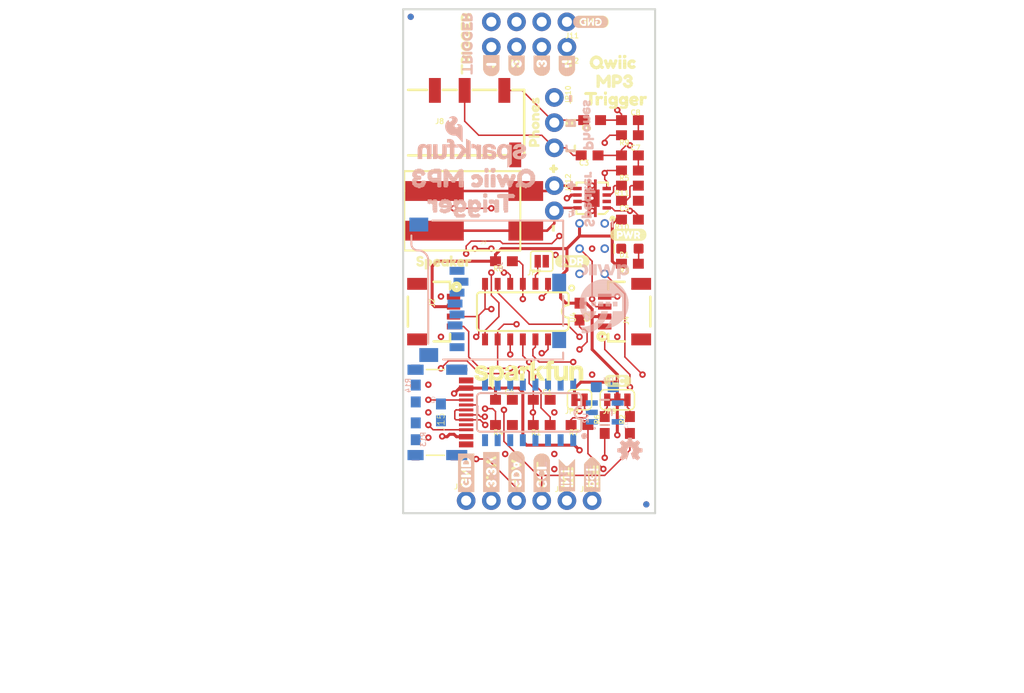
<source format=kicad_pcb>
(kicad_pcb (version 20211014) (generator pcbnew)
  (layers (0 "F.Cu" signal) (1 "In1.Cu" signal) (2 "In2.Cu" signal) (31 "B.Cu" signal) (34 "B.Paste" user) (35 "F.Paste" user) (36 "B.SilkS" user "B.Silkscreen") (37 "F.SilkS" user "F.Silkscreen") (38 "B.Mask" user) (39 "F.Mask" user) (44 "Edge.Cuts" user))
  (net 0 "")
  (net 1 "3.3V")
  (net 2 "GND")
  (net 3 "SCL")
  (net 4 "SDA")
  (net 5 "~{INT}")
  (net 6 "N$3")
  (net 7 "SCL_PU1")
  (net 8 "SDA_PU1")
  (net 9 "ADR")
  (net 10 "TRIGGER4")
  (net 11 "~{RST}")
  (net 12 "SD_CMD")
  (net 13 "SD_CLK")
  (net 14 "SD_DAT")
  (net 15 "OUT+")
  (net 16 "OUT-")
  (net 17 "~{SDN}")
  (net 18 "IN-AMP")
  (net 19 "IN+AMP")
  (net 20 "N$8")
  (net 21 "N$9")
  (net 22 "5V")
  (net 23 "D-")
  (net 24 "D+")
  (net 25 "PLAYING")
  (net 26 "MP3-TXO")
  (net 27 "MP3-RXI")
  (net 28 "VCCIO")
  (net 29 "ADKEY")
  (net 30 "VOUTR")
  (net 31 "VOUTL")
  (net 32 "N$5")
  (net 33 "TRIGGER1")
  (net 34 "TRIGGER2")
  (net 35 "AC-L")
  (net 36 "AC-R")
  (net 37 "TRIGGER3")
  (net 38 "N$1")
  (net 39 "N$2")
  (net 40 "N$4")
  (footprint "boardEagle:SPEAKER1" (layer "F.Cu") (at 136.1821 105.0036)
    (fp_text reference "U$20" hide)
    (fp_text value "" hide)
  )
  (footprint "boardEagle:1X01_NO_SILK" (layer "F.Cu") (at 152.3111 129.1336)
    (fp_text reference "J5")
    (fp_text value "")
  )
  (footprint "boardEagle:#6" (layer "F.Cu") (at 150.6601 103.2256 90)
    (fp_text reference "U$13" hide)
    (fp_text value "" hide)
  )
  (footprint "boardEagle:PHONES0" (layer "F.Cu") (at 149.0091 94.5896 90)
    (fp_text reference "U$15" hide)
    (fp_text value "" hide)
  )
  (footprint "boardEagle:1_1" (layer "F.Cu") (at 144.6911 86.4616 90)
    (fp_text reference "U$19" hide)
    (fp_text value "" hide)
  )
  (footprint "boardEagle:SMT-JUMPER_2_NO_SILK" (layer "F.Cu") (at 149.7711 105.0036 180)
    (fp_text reference "JP7")
    (fp_text value "ADR")
  )
  (footprint "boardEagle:0603" (layer "F.Cu") (at 153.5811 110.0836 -90)
    (fp_text reference "C2")
    (fp_text value "0.1uF")
  )
  (footprint "boardEagle:INT#-[_" (layer "F.Cu") (at 152.3111 128.8796 90)
    (fp_text reference "U$9" hide)
    (fp_text value "" hide)
  )
  (footprint "boardEagle:STAND-OFF" (layer "F.Cu") (at 158.6611 82.1436)
    (fp_text reference "JP4" hide)
    (fp_text value "STAND-OFF" hide)
  )
  (footprint "boardEagle:0603" (layer "F.Cu") (at 158.6611 121.5136 90)
    (fp_text reference "R2")
    (fp_text value "2.2k")
  )
  (footprint "boardEagle:1X04_NO_SILK" (layer "F.Cu") (at 142.1511 129.1336)
    (fp_text reference "J3")
    (fp_text value "PTH")
  )
  (footprint "boardEagle:I_SUPER2_C-()-03" (layer "F.Cu") (at 155.9941 117.0686)
    (fp_text reference "U$8" hide)
    (fp_text value "" hide)
  )
  (footprint "boardEagle:1X02_NO_SILK" (layer "F.Cu") (at 151.0411 97.3836 -90)
    (fp_text reference "JP12")
    (fp_text value "PTH")
  )
  (footprint "boardEagle:AUDIO_JACK_3.5MM_TRRS_SMD_RA" (layer "F.Cu") (at 135.8011 91.0336)
    (fp_text reference "J8")
    (fp_text value "3.5mm Audio")
  )
  (footprint "boardEagle:MP31" (layer "F.Cu") (at 154.0891 86.8426)
    (fp_text reference "U$1" hide)
    (fp_text value "" hide)
  )
  (footprint "boardEagle:MICRO-FIDUCIAL" (layer "F.Cu") (at 136.5631 80.3656)
    (fp_text reference "JP6" hide)
    (fp_text value "FIDUCIALUFIDUCIAL" hide)
  )
  (footprint "boardEagle:SMT-JUMPER_2_NC_TRACE_SILK" (layer "F.Cu") (at 153.5811 118.9736 180)
    (fp_text reference "JP8")
    (fp_text value "INT")
  )
  (footprint "boardEagle:STAND-OFF" (layer "F.Cu") (at 158.6611 127.8636)
    (fp_text reference "JP13" hide)
    (fp_text value "STAND-OFF" hide)
  )
  (footprint "boardEagle:0603" (layer "F.Cu") (at 158.6611 100.8126 180)
    (fp_text reference "R10")
    (fp_text value "10k" hide)
  )
  (footprint "boardEagle:TRIGGER5" (layer "F.Cu") (at 142.1511 87.0966 90)
    (fp_text reference "U$29" hide)
    (fp_text value "" hide)
  )
  (footprint "boardEagle:SO14" (layer "F.Cu") (at 148.5011 110.0836 180)
    (fp_text reference "U4")
    (fp_text value "ATTINY84-ARDUINO")
  )
  (footprint "boardEagle:SDA8" (layer "F.Cu") (at 147.2311 128.7526 90)
    (fp_text reference "U$27" hide)
    (fp_text value "" hide)
  )
  (footprint "boardEagle:0603" (layer "F.Cu") (at 158.6611 98.9076 180)
    (fp_text reference "C5")
    (fp_text value "1.0uF")
  )
  (footprint "boardEagle:R11" (layer "F.Cu") (at 152.6921 92.4306 90)
    (fp_text reference "U$43" hide)
    (fp_text value "" hide)
  )
  (footprint "boardEagle:ADR-()-03" (layer "F.Cu") (at 151.0411 105.0036)
    (fp_text reference "U$18" hide)
    (fp_text value "" hide)
  )
  (footprint "boardEagle:SFE_LOGO_NAME_.1" (layer "F.Cu") (at 148.5011 116.4336)
    (fp_text reference "LOGO2" hide)
    (fp_text value "SFE_LOGO_NAME.1_INCH" hide)
  )
  (footprint "boardEagle:GND1" (layer "F.Cu") (at 142.1511 128.7526 90)
    (fp_text reference "U$22" hide)
    (fp_text value "" hide)
  )
  (footprint "boardEagle:1X02_POKEHOME" (layer "F.Cu") (at 142.9131 99.9236)
    (fp_text reference "J9")
    (fp_text value "Poke-Home")
  )
  (footprint "boardEagle:PWR-()-03" (layer "F.Cu") (at 156.6291 102.3366)
    (fp_text reference "U$17" hide)
    (fp_text value "" hide)
  )
  (footprint "boardEagle:#6" (layer "F.Cu") (at 152.4381 90.1446 90)
    (fp_text reference "U$10" hide)
    (fp_text value "" hide)
  )
  (footprint "boardEagle:0603" (layer "F.Cu") (at 145.9611 118.9736)
    (fp_text reference "C4")
    (fp_text value "1.0uF")
  )
  (footprint "boardEagle:32" (layer "F.Cu") (at 149.7711 86.5886 90)
    (fp_text reference "U$33" hide)
    (fp_text value "" hide)
  )
  (footprint "boardEagle:QFN-8_PAD" (layer "F.Cu") (at 154.8511 98.6536 90)
    (fp_text reference "U1" hide)
    (fp_text value "TPA2005D1" hide)
  )
  (footprint "boardEagle:1X04_1MM_RA" (layer "F.Cu") (at 140.8811 110.0836 -90)
    (fp_text reference "J2")
    (fp_text value "")
  )
  (footprint "boardEagle:0603" (layer "F.Cu") (at 145.9611 121.5136 180)
    (fp_text reference "R4")
    (fp_text value "2.2k")
  )
  (footprint "boardEagle:GND0" (layer "F.Cu") (at 152.9461 80.8736)
    (fp_text reference "U$35" hide)
    (fp_text value "" hide)
  )
  (footprint "boardEagle:#5" (layer "F.Cu") (at 150.7871 97.2566 90)
    (fp_text reference "U$12" hide)
    (fp_text value "" hide)
  )
  (footprint "boardEagle:0603" (layer "F.Cu") (at 158.6611 95.8596 180)
    (fp_text reference "R5")
    (fp_text value "10k")
  )
  (footprint "boardEagle:1X03_NO_SILK" (layer "F.Cu") (at 151.0411 88.4936 -90)
    (fp_text reference "JP10")
    (fp_text value "PTH")
  )
  (footprint "boardEagle:QWIIC0" (layer "F.Cu") (at 153.4541 84.9376)
    (fp_text reference "U$23" hide)
    (fp_text value "" hide)
  )
  (footprint "boardEagle:0603" (layer "F.Cu") (at 158.6611 94.3356)
    (fp_text reference "C7")
    (fp_text value "0.1uF")
  )
  (footprint "boardEagle:0603" (layer "F.Cu") (at 158.6611 97.3836 180)
    (fp_text reference "R11")
    (fp_text value "4.7k" hide)
  )
  (footprint "boardEagle:3#3V2" (layer "F.Cu") (at 144.6911 128.7526 90)
    (fp_text reference "U$21" hide)
    (fp_text value "" hide)
  )
  (footprint "boardEagle:21" (layer "F.Cu") (at 147.2311 86.5886 90)
    (fp_text reference "U$32" hide)
    (fp_text value "" hide)
  )
  (footprint "boardEagle:0603" (layer "F.Cu") (at 149.7711 118.9736)
    (fp_text reference "C1")
    (fp_text value "10uF")
  )
  (footprint "boardEagle:0603" (layer "F.Cu") (at 153.5811 121.5136 180)
    (fp_text reference "R7")
    (fp_text value "10k")
  )
  (footprint "boardEagle:L12" (layer "F.Cu") (at 152.6921 94.9706 90)
    (fp_text reference "U$37" hide)
    (fp_text value "" hide)
  )
  (footprint "boardEagle:0603" (layer "F.Cu") (at 158.6611 105.2576 180)
    (fp_text reference "R3")
    (fp_text value "1k")
  )
  (footprint "boardEagle:0603" (layer "F.Cu") (at 149.7711 121.5136 180)
    (fp_text reference "R1")
    (fp_text value "10k")
  )
  (footprint "boardEagle:0603" (layer "F.Cu") (at 145.9611 105.0036 180)
    (fp_text reference "R8")
    (fp_text value "4.7k")
  )
  (footprint "boardEagle:MICRO-FIDUCIAL" (layer "F.Cu") (at 160.3121 129.5146)
    (fp_text reference "JP2" hide)
    (fp_text value "FIDUCIALUFIDUCIAL" hide)
  )
  (footprint "boardEagle:SCL9" (layer "F.Cu") (at 149.7711 128.7526 90)
    (fp_text reference "U$26" hide)
    (fp_text value "" hide)
  )
  (footprint "boardEagle:43" (layer "F.Cu") (at 152.3111 86.4616 90)
    (fp_text reference "U$34" hide)
    (fp_text value "" hide)
  )
  (footprint "boardEagle:0603" (layer "F.Cu") (at 158.6611 92.3036 180)
    (fp_text reference "R9")
    (fp_text value "10k")
  )
  (footprint "boardEagle:LED-0603" (layer "F.Cu") (at 158.6611 103.7336 180)
    (fp_text reference "D1")
    (fp_text value "RED")
  )
  (footprint "boardEagle:STAND-OFF" (layer "F.Cu") (at 138.3411 82.1436)
    (fp_text reference "JP3" hide)
    (fp_text value "STAND-OFF" hide)
  )
  (footprint "boardEagle:0603" (layer "F.Cu") (at 154.5971 94.3356 180)
    (fp_text reference "C3")
    (fp_text value "0.22uF")
  )
  (footprint "boardEagle:TRIGGER2" (layer "F.Cu") (at 152.9461 88.6206)
    (fp_text reference "U$50" hide)
    (fp_text value "" hide)
  )
  (footprint "boardEagle:CREATIVE_COMMONS" (layer "F.Cu") (at 115.4811 148.1836)
    (fp_text reference "FRAME1" hide)
    (fp_text value "FRAME-LETTER" hide)
  )
  (footprint "boardEagle:0603" (layer "F.Cu") (at 154.8511 90.7796 180)
    (fp_text reference "C6")
    (fp_text value "0.22uF")
  )
  (footprint "boardEagle:SMT-JUMPER_3_2-NC_TRACE_SILK" (layer "F.Cu") (at 157.3911 118.9736 180)
    (fp_text reference "JP9")
    (fp_text value "")
  )
  (footprint "boardEagle:RST#-[_" (layer "F.Cu") (at 154.8511 128.8796 90)
    (fp_text reference "U$7" hide)
    (fp_text value "" hide)
  )
  (footprint "boardEagle:0603" (layer "F.Cu") (at 156.1211 121.5136 90)
    (fp_text reference "R6")
    (fp_text value "2.2k")
  )
  (footprint "boardEagle:0603" (layer "F.Cu") (at 158.6611 90.7796)
    (fp_text reference "C8")
    (fp_text value "0.1uF")
  )
  (footprint "boardEagle:1X04_NO_SILK" (layer "F.Cu") (at 152.3111 83.4136 180)
    (fp_text reference "J12")
    (fp_text value "")
  )
  (footprint "boardEagle:1X04_NO_SILK" (layer "F.Cu") (at 152.3111 80.8736 180)
    (fp_text reference "J11")
    (fp_text value "")
  )
  (footprint "boardEagle:USB-C-16P" (layer "F.Cu") (at 142.1511 120.2436 -90)
    (fp_text reference "J15")
    (fp_text value "")
  )
  (footprint "boardEagle:1X01_NO_SILK" (layer "F.Cu") (at 154.8511 129.1336)
    (fp_text reference "J10")
    (fp_text value "")
  )
  (footprint "boardEagle:1X04_1MM_RA" (layer "F.Cu") (at 156.1211 110.0836 90)
    (fp_text reference "J4")
    (fp_text value "")
  )
  (footprint "boardEagle:STAND-OFF" (layer "F.Cu") (at 138.3411 127.8636)
    (fp_text reference "JP11" hide)
    (fp_text value "STAND-OFF" hide)
  )
  (footprint "boardEagle:#5" (layer "B.Cu") (at 152.9461 98.9076 90)
    (fp_text reference "U$28" hide)
    (fp_text value "" hide)
  )
  (footprint "boardEagle:SFE_LOGO_NAME_FLAME_.1" (layer "B.Cu") (at 142.6591 94.0816 180)
    (fp_text reference "LOGO3" hide)
    (fp_text value "SFE_LOGO_NAME_FLAME.1_INCH" hide)
  )
  (footprint "boardEagle:0603" (layer "B.Cu") (at 137.0711 122.1486 90)
    (fp_text reference "R13")
    (fp_text value "5.1k")
  )
  (footprint "boardEagle:32" (layer "B.Cu") (at 149.7711 86.5886 90)
    (fp_text reference "U$36" hide)
    (fp_text value "" hide)
  )
  (footprint "boardEagle:SPEAKER1" (layer "B.Cu") (at 154.5971 102.4636 90)
    (fp_text reference "U$14" hide)
    (fp_text value "" hide)
  )
  (footprint "boardEagle:GND1" (layer "B.Cu") (at 142.1511 128.7526 90)
    (fp_text reference "U$3" hide)
    (fp_text value "" hide)
  )
  (footprint "boardEagle:R11" (layer "B.Cu") (at 152.6921 92.4306 90)
    (fp_text reference "U$39" hide)
    (fp_text value "" hide)
  )
  (footprint "boardEagle:SO16" (layer "B.Cu") (at 148.5011 120.2436 180)
    (fp_text reference "U2")
    (fp_text value "WT2003S")
  )
  (footprint "boardEagle:L12" (layer "B.Cu") (at 152.6921 94.9706 90)
    (fp_text reference "U$41" hide)
    (fp_text value "" hide)
  )
  (footprint "boardEagle:QWIIC-LOGO-MEDIUM" (layer "B.Cu") (at 156.1211 108.8136 180)
    (fp_text reference "U$47" hide)
    (fp_text value "" hide)
  )
  (footprint "boardEagle:#6" (layer "B.Cu") (at 153.2001 101.5746 90)
    (fp_text reference "U$25" hide)
    (fp_text value "" hide)
  )
  (footprint "boardEagle:0603" (layer "B.Cu") (at 139.6111 120.2436 -90)
    (fp_text reference "C9")
    (fp_text value "1.0uF")
  )
  (footprint "boardEagle:2X3_TEST_POINTS" (layer "B.Cu") (at 154.8511 103.7336 -90)
    (fp_text reference "J7")
    (fp_text value "ISP")
  )
  (footprint "boardEagle:0603" (layer "B.Cu") (at 137.0711 118.3386 -90)
    (fp_text reference "R14")
    (fp_text value "5.1k")
  )
  (footprint "boardEagle:MICRO-FIDUCIAL" (layer "B.Cu") (at 136.5631 80.3656 180)
    (fp_text reference "JP1" hide)
    (fp_text value "FIDUCIALUFIDUCIAL" hide)
  )
  (footprint "boardEagle:SCL9" (layer "B.Cu") (at 149.7711 128.7526 90)
    (fp_text reference "U$6" hide)
    (fp_text value "" hide)
  )
  (footprint "boardEagle:INT#-[_" (layer "B.Cu") (at 152.3111 128.8796 90)
    (fp_text reference "U$11" hide)
    (fp_text value "" hide)
  )
  (footprint "boardEagle:MICRO-SD-SOCKET" (layer "B.Cu") (at 151.9301 114.9096 -90)
    (fp_text reference "J1")
    (fp_text value "MICRO-SD")
  )
  (footprint "boardEagle:3#3V2" (layer "B.Cu") (at 144.6911 128.7526 90)
    (fp_text reference "U$4" hide)
    (fp_text value "" hide)
  )
  (footprint "boardEagle:MICRO-FIDUCIAL" (layer "B.Cu") (at 160.3121 129.5146 180)
    (fp_text reference "JP5" hide)
    (fp_text value "FIDUCIALUFIDUCIAL" hide)
  )
  (footprint "boardEagle:TRIGGER4" (layer "B.Cu") (at 148.6281 99.1616 180)
    (fp_text reference "U$49" hide)
    (fp_text value "" hide)
  )
  (footprint "boardEagle:RST#-[_" (layer "B.Cu") (at 154.8511 128.8796 90)
    (fp_text reference "U$16" hide)
    (fp_text value "" hide)
  )
  (footprint "boardEagle:21" (layer "B.Cu") (at 147.2311 86.5886 90)
    (fp_text reference "U$42" hide)
    (fp_text value "" hide)
  )
  (footprint "boardEagle:OSHW-LOGO-MINI" (layer "B.Cu") (at 158.6611 124.0536 180)
    (fp_text reference "LOGO1" hide)
    (fp_text value "OSHW-LOGOMINI" hide)
  )
  (footprint "boardEagle:GND0" (layer "B.Cu") (at 156.5021 80.8736 180)
    (fp_text reference "U$46" hide)
    (fp_text value "" hide)
  )
  (footprint "boardEagle:#6" (layer "B.Cu") (at 152.9461 90.1446 90)
    (fp_text reference "U$38" hide)
    (fp_text value "" hide)
  )
  (footprint "boardEagle:QWIIC_MP32" (layer "B.Cu") (at 150.7871 96.6216 180)
    (fp_text reference "U$24" hide)
    (fp_text value "" hide)
  )
  (footprint "boardEagle:1_1" (layer "B.Cu") (at 144.6911 86.4616 90)
    (fp_text reference "U$44" hide)
    (fp_text value "" hide)
  )
  (footprint "boardEagle:TRIGGER5" (layer "B.Cu") (at 142.2781 87.0966 90)
    (fp_text reference "U$45" hide)
    (fp_text value "" hide)
  )
  (footprint "boardEagle:0603" (layer "B.Cu") (at 156.1211 117.7036 180)
    (fp_text reference "C16")
    (fp_text value "1.0uF")
  )
  (footprint "boardEagle:PHONES0" (layer "B.Cu") (at 154.4701 94.8436 90)
    (fp_text reference "U$40" hide)
    (fp_text value "" hide)
  )
  (footprint "boardEagle:SOT23-5" (layer "B.Cu") (at 156.1211 120.2436 90)
    (fp_text reference "U3")
    (fp_text value "AP2112-3.3V")
  )
  (footprint "boardEagle:SDA8" (layer "B.Cu") (at 147.2311 128.7526 90)
    (fp_text reference "U$5" hide)
    (fp_text value "" hide)
  )
  (footprint "boardEagle:43" (layer "B.Cu") (at 152.3111 86.4616 90)
    (fp_text reference "U$31" hide)
    (fp_text value "" hide)
  )
  (gr_line (start 135.8011 130.4036) (end 135.8011 79.6036) (layer "Edge.Cuts") (width 0.2032))
  (gr_line (start 161.2011 130.4036) (end 135.8011 130.4036) (layer "Edge.Cuts") (width 0.2032))
  (gr_line (start 135.8011 79.6036) (end 161.2011 79.6036) (layer "Edge.Cuts") (width 0.2032))
  (gr_line (start 161.2011 79.6036) (end 161.2011 130.4036) (layer "Edge.Cuts") (width 0.2032))
  (segment (start 157.8111 105.2576) (end 157.1371 105.2576) (width 0.3048) (layer "F.Cu") (net 1))
  (segment (start 157.3911 122.5296) (end 157.3911 118.9736) (width 0.3048) (layer "F.Cu") (net 1))
  (segment (start 152.3111 103.7336) (end 152.3111 105.8926) (width 0.3048) (layer "F.Cu") (net 1))
  (segment (start 156.8831 101.1936) (end 157.2641 100.8126) (width 0.3048) (layer "F.Cu") (net 1))
  (segment (start 153.5811 109.2336) (end 154.2551 109.2336) (width 0.3048) (layer "F.Cu") (net 1))
  (segment (start 152.3111 98.7806) (end 152.7631 98.3286) (width 0.3048) (layer "F.Cu") (net 1))
  (segment (start 153.5811 102.4636) (end 153.5811 101.1936) (width 0.3048) (layer "F.Cu") (net 1))
  (segment (start 156.8831 105.0036) (end 156.8831 102.4636) (width 0.3048) (layer "F.Cu") (net 1))
  (segment (start 154.8511 113.8936) (end 154.8511 110.5916) (width 0.3048) (layer "F.Cu") (net 1))
  (segment (start 139.2301 105.0036) (end 138.7221 105.5116) (width 0.3048) (layer "F.Cu") (net 1))
  (segment (start 154.8511 113.8936) (end 157.3911 116.4336) (width 0.3048) (layer "F.Cu") (net 1))
  (segment (start 140.8811 109.5836) (end 138.9841 109.5836) (width 0.3048) (layer "F.Cu") (net 1))
  (segment (start 157.3911 117.1956) (end 157.3911 118.9736) (width 0.3048) (layer "F.Cu") (net 1))
  (segment (start 154.8511 109.8296) (end 154.2551 109.2336) (width 0.3048) (layer "F.Cu") (net 1))
  (segment (start 145.1111 105.0036) (end 145.1111 104.3296) (width 0.3048) (layer "F.Cu") (net 1))
  (segment (start 151.6761 107.2836) (end 151.6761 106.5276) (width 0.3048) (layer "F.Cu") (net 1))
  (segment (start 153.5811 109.2336) (end 152.2231 109.2336) (width 0.3048) (layer "F.Cu") (net 1))
  (segment (start 152.3111 105.8926) (end 151.6761 106.5276) (width 0.3048) (layer "F.Cu") (net 1))
  (segment (start 153.3761 98.3286) (end 152.7631 98.3286) (width 0.3048) (layer "F.Cu") (net 1))
  (segment (start 154.8511 110.5916) (end 154.8511 109.8296) (width 0.3048) (layer "F.Cu") (net 1))
  (segment (start 138.7221 105.5116) (end 138.7221 109.3216) (width 0.3048) (layer "F.Cu") (net 1))
  (segment (start 152.3111 103.7336) (end 153.5811 102.4636) (width 0.3048) (layer "F.Cu") (net 1))
  (segment (start 151.6761 108.6866) (end 151.6761 107.2836) (width 0.3048) (layer "F.Cu") (net 1))
  (segment (start 154.8591 110.5836) (end 154.8511 110.5916) (width 0.3048) (layer "F.Cu") (net 1))
  (segment (start 145.7071 103.7336) (end 152.3111 103.7336) (width 0.3048) (layer "F.Cu") (net 1))
  (segment (start 157.1371 105.2576) (end 156.8831 105.0036) (width 0.3048) (layer "F.Cu") (net 1))
  (segment (start 157.3911 116.4336) (end 157.3911 117.1956) (width 0.3048) (layer "F.Cu") (net 1))
  (segment (start 145.1111 105.0036) (end 139.2301 105.0036) (width 0.3048) (layer "F.Cu") (net 1))
  (segment (start 152.3111 98.6536) (end 152.3111 98.7806) (width 0.3048) (layer "F.Cu") (net 1))
  (segment (start 156.1211 110.5836) (end 154.8591 110.5836) (width 0.3048) (layer "F.Cu") (net 1))
  (segment (start 156.8831 102.4636) (end 156.8831 101.1936) (width 0.3048) (layer "F.Cu") (net 1))
  (segment (start 152.2231 109.2336) (end 151.6761 108.6866) (width 0.3048) (layer "F.Cu") (net 1))
  (segment (start 153.7081 117.1956) (end 153.0731 117.8306) (width 0.3048) (layer "F.Cu") (net 1))
  (segment (start 153.0731 118.9736) (end 153.0731 117.8306) (width 0.3048) (layer "F.Cu") (net 1))
  (segment (start 145.1111 104.3296) (end 145.7071 103.7336) (width 0.3048) (layer "F.Cu") (net 1))
  (segment (start 153.7081 117.1956) (end 157.3911 117.1956) (width 0.3048) (layer "F.Cu") (net 1))
  (segment (start 157.2641 100.8126) (end 157.8111 100.8126) (width 0.3048) (layer "F.Cu") (net 1))
  (segment (start 153.5811 102.4636) (end 156.8831 102.4636) (width 0.3048) (layer "F.Cu") (net 1))
  (segment (start 138.7221 109.3216) (end 138.9841 109.5836) (width 0.3048) (layer "F.Cu") (net 1))
  (via blind (at 157.3911 122.5296) (size 0.6604) (drill 0.3048) (layers "F.Cu" "In1.Cu") (net 1))
  (via blind (at 152.3111 98.6536) (size 0.6604) (drill 0.3048) (layers "F.Cu" "In1.Cu") (net 1))
  (segment (start 155.0586 97.3836) (end 154.8511 97.3836) (width 0.254) (layer "F.Cu") (net 2))
  (segment (start 154.5261 100.0411) (end 154.6436 99.9236) (width 0.254) (layer "F.Cu") (net 2))
  (segment (start 154.0891 111.8616) (end 154.3431 112.1156) (width 0.1524) (layer "F.Cu") (net 2))
  (segment (start 155.1761 100.0411) (end 155.0586 99.9236) (width 0.254) (layer "F.Cu") (net 2))
  (segment (start 153.3761 98.9786) (end 154.5261 98.9786) (width 0.1524) (layer "F.Cu") (net 2))
  (segment (start 155.0586 99.9236) (end 154.8511 99.9236) (width 0.254) (layer "F.Cu") (net 2))
  (segment (start 154.6436 97.3836) (end 154.8511 97.3836) (width 0.254) (layer "F.Cu") (net 2))
  (segment (start 154.5261 97.2661) (end 154.6436 97.3836) (width 0.254) (layer "F.Cu") (net 2))
  (segment (start 153.8351 111.8616) (end 154.0891 111.8616) (width 0.1524) (layer "F.Cu") (net 2))
  (segment (start 153.5811 110.9336) (end 153.5811 111.6076) (width 0.1524) (layer "F.Cu") (net 2))
  (segment (start 154.3431 113.1316) (end 153.5811 113.8936) (width 0.1524) (layer "F.Cu") (net 2))
  (segment (start 154.3431 112.1156) (end 154.3431 113.1316) (width 0.1524) (layer "F.Cu") (net 2))
  (segment (start 154.5261 98.9786) (end 154.8511 98.6536) (width 0.1524) (layer "F.Cu") (net 2))
  (segment (start 153.5811 111.6076) (end 153.8351 111.8616) (width 0.1524) (layer "F.Cu") (net 2))
  (segment (start 155.1761 97.2661) (end 155.0586 97.3836) (width 0.254) (layer "F.Cu") (net 2))
  (segment (start 154.6436 99.9236) (end 154.8511 99.9236) (width 0.254) (layer "F.Cu") (net 2))
  (via blind (at 154.8511 103.7336) (size 0.6604) (drill 0.3048) (layers "F.Cu" "In1.Cu") (net 2))
  (via blind (at 154.8511 99.9236) (size 0.6604) (drill 0.3048) (layers "F.Cu" "In1.Cu") (net 2))
  (via blind (at 139.6111 108.5596) (size 0.6604) (drill 0.3048) (layers "F.Cu" "In1.Cu") (net 2))
  (via blind (at 147.7391 116.1796) (size 0.6604) (drill 0.3048) (layers "F.Cu" "In1.Cu") (net 2))
  (via blind (at 151.0411 125.9586) (size 0.6604) (drill 0.3048) (layers "F.Cu" "In1.Cu") (net 2))
  (via blind (at 138.3411 122.7836) (size 0.6604) (drill 0.3048) (layers "F.Cu" "In1.Cu") (net 2))
  (via blind (at 154.8511 116.4336) (size 0.6604) (drill 0.3048) (layers "F.Cu" "In1.Cu") (net 2))
  (via blind (at 151.0411 124.4346) (size 0.6604) (drill 0.3048) (layers "F.Cu" "In1.Cu") (net 2))
  (via blind (at 151.1681 104.3686) (size 0.6604) (drill 0.3048) (layers "F.Cu" "In1.Cu") (net 2))
  (via blind (at 151.0411 120.2436) (size 0.6604) (drill 0.3048) (layers "F.Cu" "In1.Cu") (net 2))
  (via blind (at 154.8511 97.3836) (size 0.6604) (drill 0.3048) (layers "F.Cu" "In1.Cu") (net 2))
  (via blind (at 157.3911 112.6236) (size 0.6604) (drill 0.3048) (layers "F.Cu" "In1.Cu") (net 2))
  (via blind (at 153.5811 113.8936) (size 0.6604) (drill 0.3048) (layers "F.Cu" "In1.Cu") (net 2))
  (via blind (at 154.8511 98.6536) (size 0.6604) (drill 0.3048) (layers "F.Cu" "In1.Cu") (net 2))
  (via blind (at 153.5811 120.1166) (size 0.6604) (drill 0.3048) (layers "F.Cu" "In1.Cu") (net 2))
  (via blind (at 139.6111 112.6236) (size 0.6604) (drill 0.3048) (layers "F.Cu" "In1.Cu") (net 2))
  (via blind (at 138.3411 120.2436) (size 0.6604) (drill 0.3048) (layers "F.Cu" "In1.Cu") (net 2))
  (via blind (at 146.0881 124.4346) (size 0.6604) (drill 0.3048) (layers "F.Cu" "In1.Cu") (net 2))
  (via blind (at 138.3411 117.4496) (size 0.6604) (drill 0.3048) (layers "F.Cu" "In1.Cu") (net 2))
  (segment (start 145.3261 112.8836) (end 145.3261 111.9886) (width 0.1524) (layer "F.Cu") (net 3))
  (segment (start 149.7711 129.1336) (end 149.7711 126.5936) (width 0.1524) (layer "F.Cu") (net 3))
  (segment (start 142.4051 114.6556) (end 142.4051 112.0916) (width 0.1524) (layer "F.Cu") (net 3))
  (segment (start 157.3671 108.5836) (end 157.3911 108.5596) (width 0.1524) (layer "F.Cu") (net 3))
  (segment (start 142.4051 112.0916) (end 141.8971 111.5836) (width 0.1524) (layer "F.Cu") (net 3))
  (segment (start 145.9611 123.1646) (end 145.9611 119.9896) (width 0.1524) (layer "F.Cu") (net 3))
  (segment (start 145.3261 111.9886) (end 145.9611 111.3536) (width 0.1524) (layer "F.Cu") (net 3))
  (segment (start 158.6611 124.0536) (end 156.1211 126.5936) (width 0.1524) (layer "F.Cu") (net 3))
  (segment (start 145.9611 111.3536) (end 147.2311 111.3536) (width 0.1524) (layer "F.Cu") (net 3))
  (segment (start 149.3901 126.5936) (end 145.9611 123.1646) (width 0.1524) (layer "F.Cu") (net 3))
  (segment (start 158.6611 122.3636) (end 158.6611 124.0536) (width 0.1524) (layer "F.Cu") (net 3))
  (segment (start 146.5961 115.7986) (end 145.3261 115.7986) (width 0.1524) (layer "F.Cu") (net 3))
  (segment (start 145.3261 112.8836) (end 145.3261 115.7986) (width 0.1524) (layer "F.Cu") (net 3))
  (segment (start 145.3261 115.7986) (end 143.5481 115.7986) (width 0.1524) (layer "F.Cu") (net 3))
  (segment (start 156.1211 108.5836) (end 157.3671 108.5836) (width 0.1524) (layer "F.Cu") (net 3))
  (segment (start 156.1211 126.5936) (end 149.7711 126.5936) (width 0.1524) (layer "F.Cu") (net 3))
  (segment (start 149.7711 126.5936) (end 149.3901 126.5936) (width 0.1524) (layer "F.Cu") (net 3))
  (segment (start 140.8811 111.5836) (end 141.8971 111.5836) (width 0.1524) (layer "F.Cu") (net 3))
  (segment (start 143.5481 115.7986) (end 142.4051 114.6556) (width 0.1524) (layer "F.Cu") (net 3))
  (via blind (at 146.5961 115.7986) (size 0.6604) (drill 0.3048) (layers "F.Cu" "In1.Cu") (net 3))
  (via blind (at 145.9611 119.9896) (size 0.6604) (drill 0.3048) (layers "F.Cu" "In1.Cu") (net 3))
  (via blind (at 147.2311 111.3536) (size 0.6604) (drill 0.3048) (layers "F.Cu" "In1.Cu") (net 3))
  (via blind (at 157.3911 108.5596) (size 0.6604) (drill 0.3048) (layers "F.Cu" "In1.Cu") (net 3))
  (segment (start 143.4211 110.5916) (end 143.4211 112.3696) (width 0.1524) (layer "F.Cu") (net 4))
  (segment (start 143.4211 110.5916) (end 143.4211 110.4646) (width 0.1524) (layer "F.Cu") (net 4))
  (segment (start 147.2311 129.1336) (end 147.2311 127.8636) (width 0.1524) (layer "F.Cu") (net 4))
  (segment (start 156.1211 122.3636) (end 156.1211 124.8156) (width 0.1524) (layer "F.Cu") (net 4))
  (segment (start 154.8511 108.8136) (end 154.8511 109.1946) (width 0.1524) (layer "F.Cu") (net 4))
  (segment (start 154.8511 108.8136) (end 154.8511 105.0036) (width 0.1524) (layer "F.Cu") (net 4))
  (segment (start 140.8811 110.5836) (end 143.4131 110.5836) (width 0.1524) (layer "F.Cu") (net 4))
  (segment (start 156.1211 109.5836) (end 155.2401 109.5836) (width 0.1524) (layer "F.Cu") (net 4))
  (segment (start 143.4131 110.5836) (end 143.4211 110.5916) (width 0.1524) (layer "F.Cu") (net 4))
  (segment (start 154.8511 109.1946) (end 155.2401 109.5836) (width 0.1524) (layer "F.Cu") (net 4))
  (segment (start 143.1671 124.9426) (end 144.3101 124.9426) (width 0.1524) (layer "F.Cu") (net 4))
  (segment (start 154.8511 105.0036) (end 153.5811 103.7336) (width 0.1524) (layer "F.Cu") (net 4))
  (segment (start 144.0561 109.8296) (end 144.0561 107.2836) (width 0.1524) (layer "F.Cu") (net 4))
  (segment (start 143.4211 112.3696) (end 143.1671 112.6236) (width 0.1524) (layer "F.Cu") (net 4))
  (segment (start 143.4211 110.4646) (end 144.0561 109.8296) (width 0.1524) (layer "F.Cu") (net 4))
  (segment (start 144.6911 109.8296) (end 144.0561 109.8296) (width 0.1524) (layer "F.Cu") (net 4))
  (segment (start 147.2311 127.8636) (end 144.3101 124.9426) (width 0.1524) (layer "F.Cu") (net 4))
  (via blind (at 154.8511 108.8136) (size 0.6604) (drill 0.3048) (layers "F.Cu" "In1.Cu") (net 4))
  (via blind (at 143.1671 112.6236) (size 0.6604) (drill 0.3048) (layers "F.Cu" "In1.Cu") (net 4))
  (via blind (at 144.6911 109.8296) (size 0.6604) (drill 0.3048) (layers "F.Cu" "In1.Cu") (net 4))
  (via blind (at 143.1671 124.9426) (size 0.6604) (drill 0.3048) (layers "F.Cu" "In1.Cu") (net 4))
  (via blind (at 156.1211 124.8156) (size 0.6604) (drill 0.3048) (layers "F.Cu" "In1.Cu") (net 4))
  (segment (start 148.5011 111.3536) (end 152.3111 111.3536) (width 0.1524) (layer "F.Cu") (net 5))
  (segment (start 156.1211 113.8936) (end 156.1211 112.6236) (width 0.1524) (layer "F.Cu") (net 5))
  (segment (start 158.6611 116.4336) (end 156.1211 113.8936) (width 0.1524) (layer "F.Cu") (net 5))
  (segment (start 145.3261 108.1786) (end 148.5011 111.3536) (width 0.1524) (layer "F.Cu") (net 5))
  (segment (start 154.4311 121.5136) (end 154.4311 124.3956) (width 0.1524) (layer "F.Cu") (net 5))
  (segment (start 145.3261 107.2836) (end 145.3261 108.1786) (width 0.1524) (layer "F.Cu") (net 5))
  (segment (start 158.6611 117.7036) (end 158.6611 116.4336) (width 0.1524) (layer "F.Cu") (net 5))
  (segment (start 154.4311 124.3956) (end 155.979965 125.944466) (width 0.1524) (layer "F.Cu") (net 5))
  (segment (start 152.3111 111.3536) (end 153.5811 112.6236) (width 0.1524) (layer "F.Cu") (net 5))
  (via blind (at 158.6611 117.7036) (size 0.6604) (drill 0.3048) (layers "F.Cu" "In1.Cu") (net 5))
  (via blind (at 155.979965 125.944466) (size 0.6604) (drill 0.3048) (layers "F.Cu" "In1.Cu") (net 5))
  (via blind (at 153.5811 112.6236) (size 0.6604) (drill 0.3048) (layers "F.Cu" "In1.Cu") (net 5))
  (via blind (at 156.1211 112.6236) (size 0.6604) (drill 0.3048) (layers "F.Cu" "In1.Cu") (net 5))
  (segment (start 159.5381 103.7336) (end 159.5381 105.2306) (width 0.1524) (layer "F.Cu") (net 6))
  (segment (start 159.5381 105.2306) (end 159.5111 105.2576) (width 0.1524) (layer "F.Cu") (net 6))
  (segment (start 158.6611 119.9896) (end 158.6611 120.6636) (width 0.1524) (layer "F.Cu") (net 7))
  (segment (start 158.4071 119.7356) (end 158.6611 119.9896) (width 0.1524) (layer "F.Cu") (net 7))
  (segment (start 158.4071 118.9736) (end 158.4071 119.7356) (width 0.1524) (layer "F.Cu") (net 7))
  (segment (start 156.1211 119.9896) (end 156.1211 120.6636) (width 0.1524) (layer "F.Cu") (net 8))
  (segment (start 156.3751 118.9736) (end 156.3751 119.7356) (width 0.1524) (layer "F.Cu") (net 8))
  (segment (start 156.3751 119.7356) (end 156.1211 119.9896) (width 0.1524) (layer "F.Cu") (net 8))
  (segment (start 149.1361 106.4006) (end 149.3647 106.172) (width 0.1524) (layer "F.Cu") (net 9))
  (segment (start 149.3647 105.0036) (end 149.3647 106.172) (width 0.1524) (layer "F.Cu") (net 9))
  (segment (start 149.1361 107.2836) (end 149.1361 106.4006) (width 0.1524) (layer "F.Cu") (net 9))
  (segment (start 140.8811 99.6696) (end 144.6911 99.6696) (width 0.1524) (layer "F.Cu") (net 10))
  (segment (start 146.5961 112.8836) (end 146.5961 114.4016) (width 0.1524) (layer "F.Cu") (net 10))
  (via blind (at 140.8811 99.6696) (size 0.6604) (drill 0.3048) (layers "F.Cu" "In1.Cu") (net 10))
  (via blind (at 146.5961 114.4016) (size 0.6604) (drill 0.3048) (layers "F.Cu" "In1.Cu") (net 10))
  (via blind (at 144.6911 99.6696) (size 0.6604) (drill 0.3048) (layers "F.Cu" "In1.Cu") (net 10))
  (segment (start 147.8661 107.2836) (end 147.8661 108.8136) (width 0.1524) (layer "F.Cu") (net 11))
  (segment (start 158.1531 114.6556) (end 158.1531 108.3056) (width 0.1524) (layer "F.Cu") (net 11))
  (segment (start 147.8661 105.3846) (end 147.8661 107.2836) (width 0.1524) (layer "F.Cu") (net 11))
  (segment (start 158.1531 108.3056) (end 156.1211 106.2736) (width 0.1524) (layer "F.Cu") (net 11))
  (segment (start 146.8111 105.0036) (end 147.4851 105.0036) (width 0.1524) (layer "F.Cu") (net 11))
  (segment (start 159.9311 116.4336) (end 158.1531 114.6556) (width 0.1524) (layer "F.Cu") (net 11))
  (segment (start 147.4851 105.0036) (end 147.8661 105.3846) (width 0.1524) (layer "F.Cu") (net 11))
  (via blind (at 159.9311 116.4336) (size 0.6604) (drill 0.3048) (layers "F.Cu" "In1.Cu") (net 11))
  (via blind (at 147.8661 108.8136) (size 0.6604) (drill 0.3048) (layers "F.Cu" "In1.Cu") (net 11))
  (segment (start 145.1111 121.5136) (end 145.1111 120.1556) (width 0.1524) (layer "F.Cu") (net 13))
  (segment (start 144.8181 119.8626) (end 144.0561 119.8626) (width 0.1524) (layer "F.Cu") (net 13))
  (segment (start 145.1111 120.1556) (end 144.8181 119.8626) (width 0.1524) (layer "F.Cu") (net 13))
  (via blind (at 144.0561 119.8626) (size 0.6604) (drill 0.3048) (layers "F.Cu" "In1.Cu") (net 13))
  (segment (start 152.3111 97.3836) (end 151.0411 97.3836) (width 0.254) (layer "F.Cu") (net 15))
  (segment (start 152.6061 97.6786) (end 152.3111 97.3836) (width 0.254) (layer "F.Cu") (net 15))
  (segment (start 150.5011 97.9236) (end 151.0411 97.3836) (width 0.254) (layer "F.Cu") (net 15))
  (segment (start 148.1631 97.9236) (end 150.5011 97.9236) (width 0.254) (layer "F.Cu") (net 15))
  (segment (start 153.3761 97.6786) (end 152.6061 97.6786) (width 0.254) (layer "F.Cu") (net 15))
  (segment (start 148.1631 97.9236) (end 138.9131 97.9236) (width 0.254) (layer "F.Cu") (net 15))
  (segment (start 151.3361 99.6286) (end 151.0411 99.9236) (width 0.254) (layer "F.Cu") (net 16))
  (segment (start 148.1631 101.9236) (end 150.3111 101.9236) (width 0.254) (layer "F.Cu") (net 16))
  (segment (start 150.3111 101.9236) (end 151.0411 101.1936) (width 0.254) (layer "F.Cu") (net 16))
  (segment (start 151.0411 101.1936) (end 151.0411 99.9236) (width 0.254) (layer "F.Cu") (net 16))
  (segment (start 148.1631 101.9236) (end 138.9131 101.9236) (width 0.254) (layer "F.Cu") (net 16))
  (segment (start 153.3761 99.6286) (end 151.3361 99.6286) (width 0.254) (layer "F.Cu") (net 16))
  (segment (start 157.8111 92.3036) (end 156.6291 92.3036) (width 0.1524) (layer "F.Cu") (net 18))
  (segment (start 156.3261 96.9536) (end 156.1211 96.7486) (width 0.1524) (layer "F.Cu") (net 18))
  (segment (start 156.1211 96.7486) (end 156.1211 96.1136) (width 0.1524) (layer "F.Cu") (net 18))
  (segment (start 156.6291 92.3036) (end 156.1211 92.8116) (width 0.1524) (layer "F.Cu") (net 18))
  (segment (start 156.3751 95.8596) (end 156.1211 96.1136) (width 0.1524) (layer "F.Cu") (net 18))
  (segment (start 156.1211 92.8116) (end 156.1211 93.0656) (width 0.1524) (layer "F.Cu") (net 18))
  (segment (start 157.8111 95.8596) (end 156.3751 95.8596) (width 0.1524) (layer "F.Cu") (net 18))
  (segment (start 156.3261 97.6786) (end 156.3261 96.9536) (width 0.1524) (layer "F.Cu") (net 18))
  (via blind (at 156.1211 96.1136) (size 0.6604) (drill 0.3048) (layers "F.Cu" "In1.Cu") (net 18))
  (via blind (at 156.1211 93.0656) (size 0.6604) (drill 0.3048) (layers "F.Cu" "In1.Cu") (net 18))
  (segment (start 156.3261 98.3286) (end 156.7001 98.3286) (width 0.1524) (layer "F.Cu") (net 19))
  (segment (start 156.7001 98.3286) (end 157.0101 98.0186) (width 0.1524) (layer "F.Cu") (net 19))
  (segment (start 157.0101 98.0186) (end 157.0101 97.5106) (width 0.1524) (layer "F.Cu") (net 19))
  (segment (start 157.1371 97.3836) (end 157.8111 97.3836) (width 0.1524) (layer "F.Cu") (net 19))
  (segment (start 157.0101 97.5106) (end 157.1371 97.3836) (width 0.1524) (layer "F.Cu") (net 19))
  (segment (start 158.7881 97.3836) (end 158.6611 97.5106) (width 0.1524) (layer "F.Cu") (net 20))
  (segment (start 158.6611 98.5266) (end 158.2801 98.9076) (width 0.1524) (layer "F.Cu") (net 20))
  (segment (start 158.6611 97.5106) (end 158.6611 98.5266) (width 0.1524) (layer "F.Cu") (net 20))
  (segment (start 159.5111 97.3836) (end 158.7881 97.3836) (width 0.1524) (layer "F.Cu") (net 20))
  (segment (start 158.2801 98.9076) (end 157.8111 98.9076) (width 0.1524) (layer "F.Cu") (net 20))
  (segment (start 159.5111 94.3356) (end 159.5111 95.8596) (width 0.1524) (layer "F.Cu") (net 21))
  (segment (start 142.1511 122.6936) (end 141.176012 122.6936) (width 0.3048) (layer "F.Cu") (net 22))
  (segment (start 147.8661 118.2116) (end 147.8661 123.1646) (width 0.3048) (layer "F.Cu") (net 22))
  (segment (start 140.935412 122.453) (end 140.476787 122.453) (width 0.3048) (layer "F.Cu") (net 22))
  (segment (start 140.236187 122.6936) (end 139.7751 122.6936) (width 0.3048) (layer "F.Cu") (net 22))
  (segment (start 139.7751 122.6936) (end 139.7381 122.6566) (width 0.3048) (layer "F.Cu") (net 22))
  (segment (start 140.9435 118.3386) (end 141.4885 117.7936) (width 0.3048) (layer "F.Cu") (net 22))
  (segment (start 153.0731 123.5456) (end 153.5811 124.0536) (width 0.3048) (layer "F.Cu") (net 22))
  (segment (start 142.1511 117.7936) (end 145.0721 117.7936) (width 0.3048) (layer "F.Cu") (net 22))
  (segment (start 147.8661 123.1646) (end 148.2471 123.5456) (width 0.3048) (layer "F.Cu") (net 22))
  (segment (start 141.176012 122.6936) (end 140.935412 122.453) (width 0.3048) (layer "F.Cu") (net 22))
  (segment (start 145.1111 117.8326) (end 145.0721 117.7936) (width 0.1524) (layer "F.Cu") (net 22))
  (segment (start 147.4481 117.7936) (end 147.8661 118.2116) (width 0.3048) (layer "F.Cu") (net 22))
  (segment (start 141.4885 117.7936) (end 142.1511 117.7936) (width 0.3048) (layer "F.Cu") (net 22))
  (segment (start 148.2471 123.5456) (end 153.0731 123.5456) (width 0.3048) (layer "F.Cu") (net 22))
  (segment (start 140.476787 122.453) (end 140.236187 122.6936) (width 0.3048) (layer "F.Cu") (net 22))
  (segment (start 145.1111 118.9736) (end 145.1111 117.8326) (width 0.3048) (layer "F.Cu") (net 22))
  (segment (start 145.0721 117.7936) (end 147.4481 117.7936) (width 0.3048) (layer "F.Cu") (net 22))
  (via blind (at 153.5811 124.0536) (size 0.6604) (drill 0.3048) (layers "F.Cu" "In1.Cu") (net 22))
  (via blind (at 139.7381 122.6566) (size 0.6604) (drill 0.3048) (layers "F.Cu" "In1.Cu") (net 22))
  (via blind (at 140.9435 118.3386) (size 0.6604) (drill 0.3048) (layers "F.Cu" "In1.Cu") (net 22))
  (segment (start 142.1511 119.4936) (end 143.1791 119.4936) (width 0.1524) (layer "F.Cu") (net 23))
  (segment (start 143.4171 120.4936) (end 143.2941 120.4936) (width 0.1524) (layer "F.Cu") (net 23))
  (segment (start 143.2941 119.6086) (end 143.2941 120.4936) (width 0.1524) (layer "F.Cu") (net 23))
  (segment (start 143.1791 119.4936) (end 143.2941 119.6086) (width 0.1524) (layer "F.Cu") (net 23))
  (segment (start 144.0307 120.6754) (end 143.5989 120.6754) (width 0.1524) (layer "F.Cu") (net 23))
  (segment (start 143.5989 120.6754) (end 143.4171 120.4936) (width 0.1524) (layer "F.Cu") (net 23))
  (segment (start 143.2941 120.4936) (end 142.1511 120.4936) (width 0.1524) (layer "F.Cu") (net 23))
  (via blind (at 144.0307 120.6754) (size 0.6604) (drill 0.3048) (layers "F.Cu" "In1.Cu") (net 23))
  (segment (start 143.804968 121.2342) (end 143.799231 121.2342) (width 0.1524) (layer "F.Cu") (net 24))
  (segment (start 141.1391 119.9936) (end 142.1511 119.9936) (width 0.1524) (layer "F.Cu") (net 24))
  (segment (start 142.1511 120.9936) (end 141.1231 120.9936) (width 0.1524) (layer "F.Cu") (net 24))
  (segment (start 143.799231 121.2342) (end 143.558631 120.9936) (width 0.1524) (layer "F.Cu") (net 24))
  (segment (start 141.0081 120.8786) (end 141.0081 120.1166) (width 0.1524) (layer "F.Cu") (net 24))
  (segment (start 141.1231 120.9936) (end 141.0081 120.8786) (width 0.1524) (layer "F.Cu") (net 24))
  (segment (start 143.558631 120.9936) (end 142.1511 120.9936) (width 0.1524) (layer "F.Cu") (net 24))
  (segment (start 144.0785 121.507732) (end 143.804968 121.2342) (width 0.1524) (layer "F.Cu") (net 24))
  (segment (start 141.0081 120.1166) (end 141.1351 119.9896) (width 0.1524) (layer "F.Cu") (net 24))
  (segment (start 141.1351 119.9896) (end 141.1391 119.9936) (width 0.1524) (layer "F.Cu") (net 24))
  (via blind (at 144.0785 121.507732) (size 0.6604) (drill 0.3048) (layers "F.Cu" "In1.Cu") (net 24))
  (segment (start 147.8661 112.8836) (end 147.8661 114.5286) (width 0.1524) (layer "F.Cu") (net 25))
  (segment (start 156.3261 99.6286) (end 156.8421 99.6286) (width 0.1524) (layer "F.Cu") (net 25))
  (segment (start 159.0421 99.9236) (end 159.5111 100.3926) (width 0.1524) (layer "F.Cu") (net 25))
  (segment (start 147.8661 114.5286) (end 148.5011 115.1636) (width 0.1524) (layer "F.Cu") (net 25))
  (segment (start 159.5111 100.3926) (end 159.5111 100.8126) (width 0.1524) (layer "F.Cu") (net 25))
  (segment (start 157.1371 99.9236) (end 158.6611 99.9236) (width 0.1524) (layer "F.Cu") (net 25))
  (segment (start 156.8421 99.6286) (end 157.1371 99.9236) (width 0.1524) (layer "F.Cu") (net 25))
  (segment (start 158.6611 99.9236) (end 159.0421 99.9236) (width 0.1524) (layer "F.Cu") (net 25))
  (via blind (at 158.6611 99.9236) (size 0.6604) (drill 0.3048) (layers "F.Cu" "In1.Cu") (net 25))
  (via blind (at 148.5011 115.1636) (size 0.6604) (drill 0.3048) (layers "F.Cu" "In1.Cu") (net 25))
  (segment (start 148.8821 113.8936) (end 148.8821 114.5286) (width 0.1524) (layer "F.Cu") (net 26))
  (segment (start 149.5171 115.1636) (end 152.9461 115.1636) (width 0.1524) (layer "F.Cu") (net 26))
  (segment (start 149.1361 113.6396) (end 148.8821 113.8936) (width 0.1524) (layer "F.Cu") (net 26))
  (segment (start 149.5171 115.1636) (end 148.8821 114.5286) (width 0.1524) (layer "F.Cu") (net 26))
  (segment (start 149.1361 112.8836) (end 149.1361 113.6396) (width 0.1524) (layer "F.Cu") (net 26))
  (via blind (at 152.9461 115.1636) (size 0.6604) (drill 0.3048) (layers "F.Cu" "In1.Cu") (net 26))
  (segment (start 149.7711 114.2746) (end 150.0251 114.2746) (width 0.1524) (layer "F.Cu") (net 27))
  (segment (start 150.0251 114.2746) (end 150.4061 113.8936) (width 0.1524) (layer "F.Cu") (net 27))
  (segment (start 150.4061 112.8836) (end 150.4061 113.8936) (width 0.1524) (layer "F.Cu") (net 27))
  (via blind (at 149.7711 114.2746) (size 0.6604) (drill 0.3048) (layers "F.Cu" "In1.Cu") (net 27))
  (segment (start 140.3731 115.0366) (end 139.6111 115.7986) (width 0.1524) (layer "F.Cu") (net 28))
  (segment (start 148.9211 117.7426) (end 148.9211 118.9736) (width 0.1524) (layer "F.Cu") (net 28))
  (segment (start 147.1803 116.1034) (end 147.1803 115.948132) (width 0.1524) (layer "F.Cu") (net 28))
  (segment (start 146.8501 116.4336) (end 147.1803 116.1034) (width 0.1524) (layer "F.Cu") (net 28))
  (segment (start 148.9211 120.2436) (end 148.9211 121.5136) (width 0.1524) (layer "F.Cu") (net 28))
  (segment (start 148.5011 117.3226) (end 148.9211 117.7426) (width 0.1524) (layer "F.Cu") (net 28))
  (segment (start 143.523071 116.331629) (end 142.228043 115.0366) (width 0.1524) (layer "F.Cu") (net 28))
  (segment (start 148.5011 116.151332) (end 148.5011 117.3226) (width 0.1524) (layer "F.Cu") (net 28))
  (segment (start 142.228043 115.0366) (end 140.3731 115.0366) (width 0.1524) (layer "F.Cu") (net 28))
  (segment (start 147.970568 115.6208) (end 148.5011 116.151332) (width 0.1524) (layer "F.Cu") (net 28))
  (segment (start 148.8821 120.2436) (end 148.9211 120.2436) (width 0.1524) (layer "F.Cu") (net 28))
  (segment (start 146.113128 116.331629) (end 146.2151 116.4336) (width 0.1524) (layer "F.Cu") (net 28))
  (segment (start 148.9211 118.9736) (end 148.9211 120.2436) (width 0.1524) (layer "F.Cu") (net 28))
  (segment (start 147.507631 115.6208) (end 147.970568 115.6208) (width 0.1524) (layer "F.Cu") (net 28))
  (segment (start 147.1803 115.948132) (end 147.507631 115.6208) (width 0.1524) (layer "F.Cu") (net 28))
  (segment (start 146.2151 116.4336) (end 146.8501 116.4336) (width 0.1524) (layer "F.Cu") (net 28))
  (segment (start 143.523071 116.331629) (end 146.113128 116.331629) (width 0.1524) (layer "F.Cu") (net 28))
  (via blind (at 139.6111 115.7986) (size 0.6604) (drill 0.3048) (layers "F.Cu" "In1.Cu") (net 28))
  (via blind (at 148.8821 120.2436) (size 0.6604) (drill 0.3048) (layers "F.Cu" "In1.Cu") (net 28))
  (segment (start 150.6211 120.7126) (end 149.6997 119.7912) (width 0.1524) (layer "F.Cu") (net 29))
  (segment (start 149.6997 118.090144) (end 149.1361 117.526544) (width 0.1524) (layer "F.Cu") (net 29))
  (segment (start 149.6997 119.7912) (end 149.6997 118.090144) (width 0.1524) (layer "F.Cu") (net 29))
  (segment (start 149.1361 117.526544) (end 149.1361 116.1796) (width 0.1524) (layer "F.Cu") (net 29))
  (segment (start 150.6211 121.5136) (end 150.6211 120.7126) (width 0.1524) (layer "F.Cu") (net 29))
  (via blind (at 149.1361 116.1796) (size 0.6604) (drill 0.3048) (layers "F.Cu" "In1.Cu") (net 29))
  (segment (start 157.8111 90.7796) (end 155.7011 90.7796) (width 0.1524) (layer "F.Cu") (net 30))
  (segment (start 157.8111 90.7796) (end 157.8111 90.1836) (width 0.1524) (layer "F.Cu") (net 30))
  (segment (start 157.8111 90.1836) (end 157.3911 89.7636) (width 0.1524) (layer "F.Cu") (net 30))
  (via blind (at 157.3911 89.7636) (size 0.6604) (drill 0.3048) (layers "F.Cu" "In1.Cu") (net 30))
  (segment (start 158.2801 93.3196) (end 158.6611 93.3196) (width 0.1524) (layer "F.Cu") (net 31))
  (segment (start 157.8111 94.3356) (end 157.8111 93.7886) (width 0.1524) (layer "F.Cu") (net 31))
  (segment (start 157.8111 93.7886) (end 158.2801 93.3196) (width 0.1524) (layer "F.Cu") (net 31))
  (segment (start 157.8111 94.3356) (end 155.4471 94.3356) (width 0.1524) (layer "F.Cu") (net 31))
  (via blind (at 158.6611 93.3196) (size 0.6604) (drill 0.3048) (layers "F.Cu" "In1.Cu") (net 31))
  (segment (start 159.5111 90.7796) (end 159.5111 92.3036) (width 0.1524) (layer "F.Cu") (net 32))
  (segment (start 145.4531 109.1946) (end 144.6911 108.4326) (width 0.1524) (layer "F.Cu") (net 33))
  (segment (start 150.7871 103.2256) (end 151.5491 102.4636) (width 0.1524) (layer "F.Cu") (net 33))
  (segment (start 145.5801 102.9716) (end 145.8341 103.2256) (width 0.1524) (layer "F.Cu") (net 33))
  (segment (start 145.5801 102.9716) (end 142.6591 102.9716) (width 0.1524) (layer "F.Cu") (net 33))
  (segment (start 142.1511 103.4796) (end 142.1511 104.2416) (width 0.1524) (layer "F.Cu") (net 33))
  (segment (start 145.8341 103.2256) (end 150.7871 103.2256) (width 0.1524) (layer "F.Cu") (net 33))
  (segment (start 144.0561 112.8836) (end 144.0561 111.9886) (width 0.1524) (layer "F.Cu") (net 33))
  (segment (start 145.4531 110.5916) (end 145.4531 109.1946) (width 0.1524) (layer "F.Cu") (net 33))
  (segment (start 144.6911 108.4326) (end 144.6911 106.1466) (width 0.1524) (layer "F.Cu") (net 33))
  (segment (start 144.0561 111.9886) (end 145.4531 110.5916) (width 0.1524) (layer "F.Cu") (net 33))
  (segment (start 142.6591 102.9716) (end 142.1511 103.4796) (width 0.1524) (layer "F.Cu") (net 33))
  (via blind (at 151.5491 102.4636) (size 0.6604) (drill 0.3048) (layers "F.Cu" "In1.Cu") (net 33))
  (via blind (at 144.6911 106.1466) (size 0.6604) (drill 0.3048) (layers "F.Cu" "In1.Cu") (net 33))
  (via blind (at 142.1511 104.2416) (size 0.6604) (drill 0.3048) (layers "F.Cu" "In1.Cu") (net 33))
  (segment (start 150.4061 108.0516) (end 149.7711 108.6866) (width 0.1524) (layer "F.Cu") (net 34))
  (segment (start 144.6911 103.7336) (end 143.0401 103.7336) (width 0.1524) (layer "F.Cu") (net 34))
  (segment (start 150.4061 107.2836) (end 150.4061 108.0516) (width 0.1524) (layer "F.Cu") (net 34))
  (via blind (at 143.0401 103.7336) (size 0.6604) (drill 0.3048) (layers "F.Cu" "In1.Cu") (net 34))
  (via blind (at 149.7711 108.6866) (size 0.6604) (drill 0.3048) (layers "F.Cu" "In1.Cu") (net 34))
  (via blind (at 144.6911 103.7336) (size 0.6604) (drill 0.3048) (layers "F.Cu" "In1.Cu") (net 34))
  (segment (start 142.0011 90.8836) (end 143.4211 92.3036) (width 0.1524) (layer "F.Cu") (net 35))
  (segment (start 143.4211 92.3036) (end 149.7711 92.3036) (width 0.1524) (layer "F.Cu") (net 35))
  (segment (start 142.0011 87.7836) (end 142.0011 90.8836) (width 0.1524) (layer "F.Cu") (net 35))
  (segment (start 152.1841 93.5736) (end 151.0411 93.5736) (width 0.1524) (layer "F.Cu") (net 35))
  (segment (start 149.7711 92.3036) (end 151.0411 93.5736) (width 0.1524) (layer "F.Cu") (net 35))
  (segment (start 152.9461 94.3356) (end 152.1841 93.5736) (width 0.1524) (layer "F.Cu") (net 35))
  (segment (start 153.7471 94.3356) (end 152.9461 94.3356) (width 0.1524) (layer "F.Cu") (net 35))
  (segment (start 151.0411 91.0336) (end 151.2951 90.7796) (width 0.1524) (layer "F.Cu") (net 36))
  (segment (start 146.0011 87.7836) (end 147.7911 87.7836) (width 0.1524) (layer "F.Cu") (net 36))
  (segment (start 154.0011 90.7796) (end 151.2951 90.7796) (width 0.1524) (layer "F.Cu") (net 36))
  (segment (start 147.7911 87.7836) (end 151.0411 91.0336) (width 0.1524) (layer "F.Cu") (net 36))
  (segment (start 145.9611 106.1466) (end 146.3421 106.1466) (width 0.1524) (layer "F.Cu") (net 37))
  (segment (start 146.5961 106.4006) (end 146.3421 106.1466) (width 0.1524) (layer "F.Cu") (net 37))
  (segment (start 146.5961 107.2836) (end 146.5961 106.4006) (width 0.1524) (layer "F.Cu") (net 37))
  (via blind (at 145.9611 106.1466) (size 0.6604) (drill 0.3048) (layers "F.Cu" "In1.Cu") (net 37))
  (segment (start 142.1511 121.9936) (end 138.8211 121.9936) (width 0.1524) (layer "F.Cu") (net 38))
  (segment (start 138.8211 121.9936) (end 138.3411 121.5136) (width 0.1524) (layer "F.Cu") (net 38))
  (via blind (at 138.3411 121.5136) (size 0.6604) (drill 0.3048) (layers "F.Cu" "In1.Cu") (net 38))
  (segment (start 138.3611 118.9936) (end 138.3411 118.9736) (width 0.1524) (layer "F.Cu") (net 39))
  (segment (start 142.1511 118.9936) (end 138.3611 118.9936) (width 0.1524) (layer "F.Cu") (net 39))
  (via blind (at 138.3411 118.9736) (size 0.6604) (drill 0.3048) (layers "F.Cu" "In1.Cu") (net 39))
  (segment (start 152.6921 121.0056) (end 152.7311 121.0446) (width 0.1524) (layer "F.Cu") (net 40))
  (segment (start 154.3431 120.6246) (end 154.1827 120.785) (width 0.1524) (layer "F.Cu") (net 40))
  (segment (start 152.9127 120.785) (end 152.6921 121.0056) (width 0.1524) (layer "F.Cu") (net 40))
  (segment (start 154.0891 119.8626) (end 154.3431 120.1166) (width 0.1524) (layer "F.Cu") (net 40))
  (segment (start 154.1827 120.785) (end 152.9127 120.785) (width 0.1524) (layer "F.Cu") (net 40))
  (segment (start 152.7311 121.0446) (end 152.7311 121.5136) (width 0.1524) (layer "F.Cu") (net 40))
  (segment (start 154.0891 118.9736) (end 154.0891 119.8626) (width 0.1524) (layer "F.Cu") (net 40))
  (segment (start 154.3431 120.1166) (end 154.3431 120.6246) (width 0.1524) (layer "F.Cu") (net 40))
)
</source>
